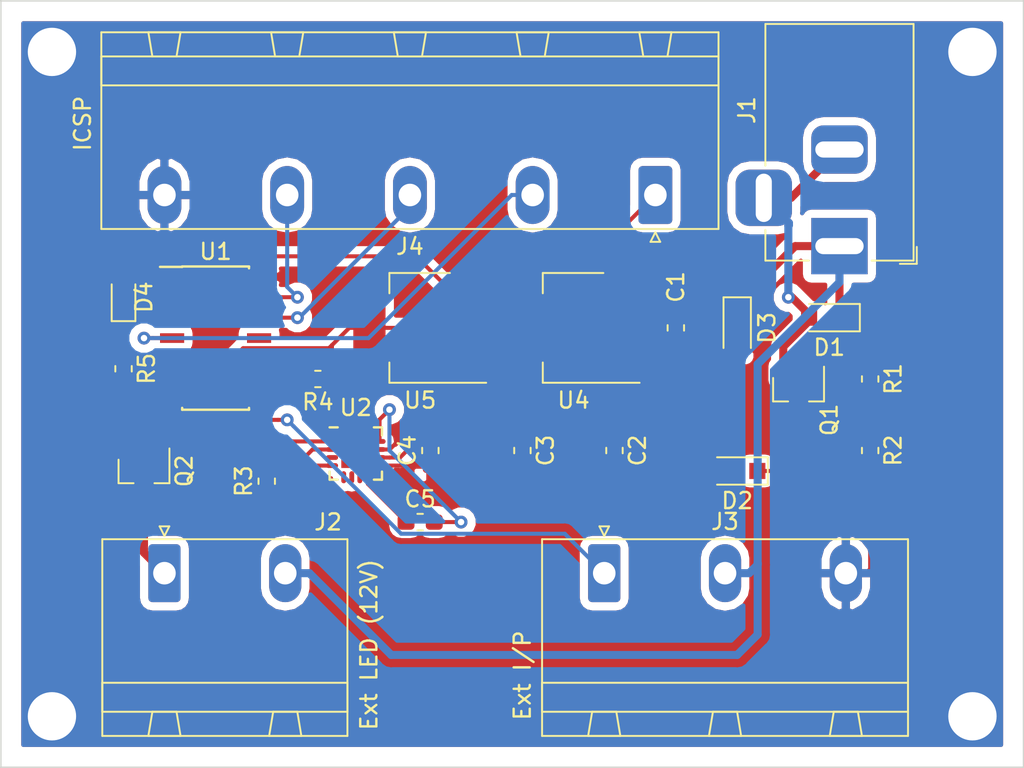
<source format=kicad_pcb>
(kicad_pcb (version 20171130) (host pcbnew "(5.0.2)-1")
  (title_block (title "Vehicle indicator PCB") (date 2019-04-20) (company SS))
  (layers (0 F.Cu signal) (31 B.Cu signal) (34 B.Paste user) (35 F.Paste user) (36 B.SilkS user) (37 F.SilkS user) (38 B.Mask user) (39 F.Mask user) (44 Edge.Cuts user))
  (net 0 "")
  (net 1 "Net-(D4-Pad1)")
  (net 2 Ledpin)
  (net 3 SDA)
  (net 4 Vdd)
  (net 5 SCL)
  (net 6 GND)
  (net 7 Vin)
  (net 8 "Net-(J2-Pad1)")
  (net 9 GND1)
  (net 10 Vcc)
  (net 11 "Net-(U1-Pad2)")
  (net 12 "Net-(U1-Pad3)")
  (net 13 Vpp)
  (net 14 "Net-(U1-Pad5)")
  (net 15 OP1)
  (net 16 IP)
  (net 17 "Net-(U1-Pad11)")
  (net 18 CLK)
  (net 19 DATA)
  (net 20 "Net-(U2-Pad3)")
  (net 21 "Net-(U2-Pad5)")
  (net 22 "Net-(U2-Pad6)")
  (net 23 "Net-(U2-Pad7)")
  (net 24 "Net-(C5-Pad1)")
  (net 25 "Net-(C4-Pad2)")
  (net 26 "Net-(C5-Pad2)")
  (net 27 "Net-(U2-Pad14)")
  (net 28 "Net-(U2-Pad15)")
  (net 29 "Net-(D2-Pad1)")
  (module Diode_SMD:D_SOD-323_HandSoldering (layer F.Cu) (at 80.645 46.99 180)
    (fp_text reference D1 (at 0 -1.85 180) (layer F.SilkS))
    (fp_text value D_TVS)
    (fp_line (start -1.9 -0.85) (end 1.25 -0.85) (layer F.SilkS) (width 0.12))
    (fp_line (start -1.9 0.85) (end 1.25 0.85) (layer F.SilkS) (width 0.12))
    (fp_line (start -1.9 -0.85) (end -1.9 0.85) (layer F.SilkS) (width 0.12))
    (pad 2 smd rect (at 1.25 0 180) (size 1 1) (layers F.Cu F.Paste F.Mask) (net 9 GND1))
    (pad 1 smd rect (at -1.25 0 180) (size 1 1) (layers F.Cu F.Paste F.Mask) (net 7 Vin))
  )
  (module Diode_SMD:D_SOD-323_HandSoldering (layer F.Cu) (at 74.93 47.625 270)
    (fp_text reference D3 (at 0 -1.85 270) (layer F.SilkS))
    (fp_text value D_Schottky_SD0603S020S0R3)
    (fp_line (start -1.9 -0.85) (end 1.25 -0.85) (layer F.SilkS) (width 0.12))
    (fp_line (start -1.9 0.85) (end 1.25 0.85) (layer F.SilkS) (width 0.12))
    (fp_line (start -1.9 -0.85) (end -1.9 0.85) (layer F.SilkS) (width 0.12))
    (pad 2 smd rect (at 1.25 0 270) (size 1 1) (layers F.Cu F.Paste F.Mask) (net 6 GND))
    (pad 1 smd rect (at -1.25 0 270) (size 1 1) (layers F.Cu F.Paste F.Mask) (net 7 Vin))
  )
  (module Connector_Phoenix_GMSTB:PhoenixContact_GMSTBA_2,5_3-G_1x03_P7.50mm_Horizontal (layer F.Cu) (at 66.675 62.865)
    (fp_text reference J3 (at 7.5 -3.2) (layer F.SilkS))
    (fp_text value "Ext I/P" (at -5.08 6.35 90) (layer F.SilkS))
    (fp_line (start -0.3 -2.91) (end 0.3 -2.91) (layer F.SilkS) (width 0.12))
    (fp_line (start 0 -2.31) (end -0.3 -2.91) (layer F.SilkS) (width 0.12))
    (fp_line (start 0.3 -2.91) (end 0 -2.31) (layer F.SilkS) (width 0.12))
    (fp_line (start 14.25 8.61) (end 14 10.11) (layer F.SilkS) (width 0.12))
    (fp_line (start 15.75 8.61) (end 14.25 8.61) (layer F.SilkS) (width 0.12))
    (fp_line (start 16 10.11) (end 15.75 8.61) (layer F.SilkS) (width 0.12))
    (fp_line (start 14 10.11) (end 16 10.11) (layer F.SilkS) (width 0.12))
    (fp_line (start 6.75 8.61) (end 6.5 10.11) (layer F.SilkS) (width 0.12))
    (fp_line (start 8.25 8.61) (end 6.75 8.61) (layer F.SilkS) (width 0.12))
    (fp_line (start 8.5 10.11) (end 8.25 8.61) (layer F.SilkS) (width 0.12))
    (fp_line (start 6.5 10.11) (end 8.5 10.11) (layer F.SilkS) (width 0.12))
    (fp_line (start -0.75 8.61) (end -1 10.11) (layer F.SilkS) (width 0.12))
    (fp_line (start 0.75 8.61) (end -0.75 8.61) (layer F.SilkS) (width 0.12))
    (fp_line (start 1 10.11) (end 0.75 8.61) (layer F.SilkS) (width 0.12))
    (fp_line (start -1 10.11) (end 1 10.11) (layer F.SilkS) (width 0.12))
    (fp_line (start 18.86 8.61) (end -3.86 8.61) (layer F.SilkS) (width 0.12))
    (fp_line (start 18.86 6.81) (end 18.86 8.61) (layer F.SilkS) (width 0.12))
    (fp_line (start -3.86 6.81) (end 18.86 6.81) (layer F.SilkS) (width 0.12))
    (fp_line (start -3.86 8.61) (end -3.86 6.81) (layer F.SilkS) (width 0.12))
    (fp_line (start 18.86 -2.11) (end -3.86 -2.11) (layer F.SilkS) (width 0.12))
    (fp_line (start 18.86 10.11) (end 18.86 -2.11) (layer F.SilkS) (width 0.12))
    (fp_line (start -3.86 10.11) (end 18.86 10.11) (layer F.SilkS) (width 0.12))
    (fp_line (start -3.86 -2.11) (end -3.86 10.11) (layer F.SilkS) (width 0.12))
    (pad 3 thru_hole oval (at 15 0) (size 2 3.6) (drill 1.4) (layers *.Cu *.Mask) (net 6 GND))
    (pad 2 thru_hole oval (at 7.5 0) (size 2 3.6) (drill 1.4) (layers *.Cu *.Mask) (net 7 Vin))
    (pad 1 thru_hole roundrect (at 0 0) (size 2 3.6) (drill 1.4) (layers *.Cu *.Mask) (roundrect_rratio 0.125) (net 16 IP))
  )
  (module Diode_SMD:D_SOD-323_HandSoldering (layer F.Cu) (at 74.93 56.515 180)
    (fp_text reference D2 (at 0 -1.85 180) (layer F.SilkS))
    (fp_text value GDZ5V1B)
    (fp_line (start -1.9 -0.85) (end -1.9 0.85) (layer F.SilkS) (width 0.12))
    (fp_line (start -1.9 0.85) (end 1.25 0.85) (layer F.SilkS) (width 0.12))
    (fp_line (start -1.9 -0.85) (end 1.25 -0.85) (layer F.SilkS) (width 0.12))
    (pad 1 smd rect (at -1.25 0 180) (size 1 1) (layers F.Cu F.Paste F.Mask) (net 29 "Net-(D2-Pad1)"))
    (pad 2 smd rect (at 1.25 0 180) (size 1 1) (layers F.Cu F.Paste F.Mask) (net 6 GND))
  )
  (module Package_TO_SOT_SMD:SOT-23 (layer F.Cu) (at 38.1 56.515 270)
    (fp_text reference Q2 (at 0 -2.5 270) (layer F.SilkS))
    (fp_text value FDN359BN)
    (fp_line (start 0.76 1.58) (end -0.7 1.58) (layer F.SilkS) (width 0.12))
    (fp_line (start 0.76 -1.58) (end -1.4 -1.58) (layer F.SilkS) (width 0.12))
    (fp_line (start 0.76 -1.58) (end 0.76 -0.65) (layer F.SilkS) (width 0.12))
    (fp_line (start 0.76 1.58) (end 0.76 0.65) (layer F.SilkS) (width 0.12))
    (pad 3 smd rect (at 1 0 270) (size 0.9 0.8) (layers F.Cu F.Paste F.Mask) (net 8 "Net-(J2-Pad1)"))
    (pad 2 smd rect (at -1 0.95 270) (size 0.9 0.8) (layers F.Cu F.Paste F.Mask) (net 6 GND))
    (pad 1 smd rect (at -1 -0.95 270) (size 0.9 0.8) (layers F.Cu F.Paste F.Mask) (net 15 OP1))
  )
  (module Package_TO_SOT_SMD:SOT-23 (layer F.Cu) (at 78.74 51.435 270)
    (fp_text reference Q1 (at 1.905 -1.905 270) (layer F.SilkS))
    (fp_text value FDN359BN)
    (fp_line (start 0.76 1.58) (end 0.76 0.65) (layer F.SilkS) (width 0.12))
    (fp_line (start 0.76 -1.58) (end 0.76 -0.65) (layer F.SilkS) (width 0.12))
    (fp_line (start 0.76 -1.58) (end -1.4 -1.58) (layer F.SilkS) (width 0.12))
    (fp_line (start 0.76 1.58) (end -0.7 1.58) (layer F.SilkS) (width 0.12))
    (pad 1 smd rect (at -1 -0.95 270) (size 0.9 0.8) (layers F.Cu F.Paste F.Mask) (net 29 "Net-(D2-Pad1)"))
    (pad 2 smd rect (at -1 0.95 270) (size 0.9 0.8) (layers F.Cu F.Paste F.Mask) (net 9 GND1))
    (pad 3 smd rect (at 1 0 270) (size 0.9 0.8) (layers F.Cu F.Paste F.Mask) (net 6 GND))
  )
  (module Capacitor_SMD:C_0603_1608Metric_Pad1.05x0.95mm_HandSolder (layer F.Cu) (at 71.12 47.625 270)
    (fp_text reference C1 (at -2.54 0 270) (layer F.SilkS))
    (fp_text value 22uF)
    (fp_line (start -0.171267 -0.51) (end 0.171267 -0.51) (layer F.SilkS) (width 0.12))
    (fp_line (start -0.171267 0.51) (end 0.171267 0.51) (layer F.SilkS) (width 0.12))
    (pad 1 smd roundrect (at -0.875 0 270) (size 1.05 0.95) (layers F.Cu F.Paste F.Mask) (net 7 Vin))
    (pad 2 smd roundrect (at 0.875 0 270) (size 1.05 0.95) (layers F.Cu F.Paste F.Mask) (net 6 GND))
  )
  (module Capacitor_SMD:C_0603_1608Metric_Pad1.05x0.95mm_HandSolder (layer F.Cu) (at 67.31 55.245 270)
    (fp_text reference C2 (at 0 -1.43 270) (layer F.SilkS))
    (fp_text value 22uF)
    (fp_line (start -0.171267 0.51) (end 0.171267 0.51) (layer F.SilkS) (width 0.12))
    (fp_line (start -0.171267 -0.51) (end 0.171267 -0.51) (layer F.SilkS) (width 0.12))
    (pad 2 smd roundrect (at 0.875 0 270) (size 1.05 0.95) (layers F.Cu F.Paste F.Mask) (net 6 GND))
    (pad 1 smd roundrect (at -0.875 0 270) (size 1.05 0.95) (layers F.Cu F.Paste F.Mask) (net 10 Vcc))
  )
  (module Capacitor_SMD:C_0603_1608Metric_Pad1.05x0.95mm_HandSolder (layer F.Cu) (at 61.595 55.245 270)
    (fp_text reference C3 (at 0 -1.43 270) (layer F.SilkS))
    (fp_text value 22uF)
    (fp_line (start -0.171267 -0.51) (end 0.171267 -0.51) (layer F.SilkS) (width 0.12))
    (fp_line (start -0.171267 0.51) (end 0.171267 0.51) (layer F.SilkS) (width 0.12))
    (pad 1 smd roundrect (at -0.875 0 270) (size 1.05 0.95) (layers F.Cu F.Paste F.Mask) (net 4 Vdd))
    (pad 2 smd roundrect (at 0.875 0 270) (size 1.05 0.95) (layers F.Cu F.Paste F.Mask) (net 6 GND))
  )
  (module Capacitor_SMD:C_0603_1608Metric_Pad1.05x0.95mm_HandSolder (layer F.Cu) (at 55.88 55.245 90)
    (fp_text reference C4 (at 0 -1.43 90) (layer F.SilkS))
    (fp_text value 4.7uF)
    (fp_line (start -0.171267 0.51) (end 0.171267 0.51) (layer F.SilkS) (width 0.12))
    (fp_line (start -0.171267 -0.51) (end 0.171267 -0.51) (layer F.SilkS) (width 0.12))
    (pad 2 smd roundrect (at 0.875 0 90) (size 1.05 0.95) (layers F.Cu F.Paste F.Mask) (net 25 "Net-(C4-Pad2)"))
    (pad 1 smd roundrect (at -0.875 0 90) (size 1.05 0.95) (layers F.Cu F.Paste F.Mask) (net 6 GND))
  )
  (module Capacitor_SMD:C_0603_1608Metric_Pad1.05x0.95mm_HandSolder (layer F.Cu) (at 55.245 59.69)
    (fp_text reference C5 (at 0 -1.43) (layer F.SilkS))
    (fp_text value 0.22uF)
    (fp_line (start -0.171267 -0.51) (end 0.171267 -0.51) (layer F.SilkS) (width 0.12))
    (fp_line (start -0.171267 0.51) (end 0.171267 0.51) (layer F.SilkS) (width 0.12))
    (pad 1 smd roundrect (at -0.875 0) (size 1.05 0.95) (layers F.Cu F.Paste F.Mask) (net 24 "Net-(C5-Pad1)"))
    (pad 2 smd roundrect (at 0.875 0) (size 1.05 0.95) (layers F.Cu F.Paste F.Mask) (net 26 "Net-(C5-Pad2)"))
  )
  (module Connector_BarrelJack:BarrelJack_Horizontal (layer F.Cu) (at 81.28 42.545 270)
    (fp_text reference J1 (at -8.45 5.75 270) (layer F.SilkS))
    (fp_text value Barrel_Jack_Switch)
    (fp_line (start 1.1 -3.75) (end 1.1 -4.8) (layer F.SilkS) (width 0.12))
    (fp_line (start 0.05 -4.8) (end 1.1 -4.8) (layer F.SilkS) (width 0.12))
    (fp_line (start -5 4.6) (end -13.8 4.6) (layer F.SilkS) (width 0.12))
    (fp_line (start -13.8 4.6) (end -13.8 -4.6) (layer F.SilkS) (width 0.12))
    (fp_line (start 0.9 1.9) (end 0.9 4.6) (layer F.SilkS) (width 0.12))
    (fp_line (start 0.9 4.6) (end -1 4.6) (layer F.SilkS) (width 0.12))
    (fp_line (start -13.8 -4.6) (end 0.9 -4.6) (layer F.SilkS) (width 0.12))
    (fp_line (start 0.9 -4.6) (end 0.9 -2) (layer F.SilkS) (width 0.12))
    (pad 1 thru_hole rect (at 0 0 270) (size 3.5 3.5) (drill oval 1 3) (layers *.Cu *.Mask) (net 7 Vin))
    (pad 2 thru_hole roundrect (at -6 0 270) (size 3 3.5) (drill oval 1 3) (layers *.Cu *.Mask) (net 9 GND1))
    (pad 3 thru_hole roundrect (at -3 4.7 270) (size 3.5 3.5) (drill oval 3 1) (layers *.Cu *.Mask) (net 9 GND1))
  )
  (module Connector_Phoenix_GMSTB:PhoenixContact_GMSTBA_2,5_2-G_1x02_P7.50mm_Horizontal (layer F.Cu) (at 39.37 62.865)
    (fp_text reference J2 (at 10.16 -3.175) (layer F.SilkS))
    (fp_text value "Ext LED (12V)" (at 12.7 4.445 90) (layer F.SilkS))
    (fp_line (start -3.86 -2.11) (end -3.86 10.11) (layer F.SilkS) (width 0.12))
    (fp_line (start -3.86 10.11) (end 11.36 10.11) (layer F.SilkS) (width 0.12))
    (fp_line (start 11.36 10.11) (end 11.36 -2.11) (layer F.SilkS) (width 0.12))
    (fp_line (start 11.36 -2.11) (end -3.86 -2.11) (layer F.SilkS) (width 0.12))
    (fp_line (start -3.86 8.61) (end -3.86 6.81) (layer F.SilkS) (width 0.12))
    (fp_line (start -3.86 6.81) (end 11.36 6.81) (layer F.SilkS) (width 0.12))
    (fp_line (start 11.36 6.81) (end 11.36 8.61) (layer F.SilkS) (width 0.12))
    (fp_line (start 11.36 8.61) (end -3.86 8.61) (layer F.SilkS) (width 0.12))
    (fp_line (start -1 10.11) (end 1 10.11) (layer F.SilkS) (width 0.12))
    (fp_line (start 1 10.11) (end 0.75 8.61) (layer F.SilkS) (width 0.12))
    (fp_line (start 0.75 8.61) (end -0.75 8.61) (layer F.SilkS) (width 0.12))
    (fp_line (start -0.75 8.61) (end -1 10.11) (layer F.SilkS) (width 0.12))
    (fp_line (start 6.5 10.11) (end 8.5 10.11) (layer F.SilkS) (width 0.12))
    (fp_line (start 8.5 10.11) (end 8.25 8.61) (layer F.SilkS) (width 0.12))
    (fp_line (start 8.25 8.61) (end 6.75 8.61) (layer F.SilkS) (width 0.12))
    (fp_line (start 6.75 8.61) (end 6.5 10.11) (layer F.SilkS) (width 0.12))
    (fp_line (start 0.3 -2.91) (end 0 -2.31) (layer F.SilkS) (width 0.12))
    (fp_line (start 0 -2.31) (end -0.3 -2.91) (layer F.SilkS) (width 0.12))
    (fp_line (start -0.3 -2.91) (end 0.3 -2.91) (layer F.SilkS) (width 0.12))
    (pad 1 thru_hole roundrect (at 0 0) (size 2 3.6) (drill 1.4) (layers *.Cu *.Mask) (roundrect_rratio 0.125) (net 8 "Net-(J2-Pad1)"))
    (pad 2 thru_hole oval (at 7.5 0) (size 2 3.6) (drill 1.4) (layers *.Cu *.Mask) (net 7 Vin))
  )
  (module Connector_Phoenix_GMSTB:PhoenixContact_GMSTBA_2,5_5-G-7,62_1x05_P7.62mm_Horizontal (layer F.Cu) (at 69.85 39.37 180)
    (fp_text reference J4 (at 15.24 -3.2 180) (layer F.SilkS))
    (fp_text value ICSP (at 35.56 4.445 270) (layer F.SilkS))
    (fp_line (start -3.92 -2.11) (end -3.92 10.11) (layer F.SilkS) (width 0.12))
    (fp_line (start -3.92 10.11) (end 34.4 10.11) (layer F.SilkS) (width 0.12))
    (fp_line (start 34.4 10.11) (end 34.4 -2.11) (layer F.SilkS) (width 0.12))
    (fp_line (start 34.4 -2.11) (end -3.92 -2.11) (layer F.SilkS) (width 0.12))
    (fp_line (start -3.92 8.61) (end -3.92 6.81) (layer F.SilkS) (width 0.12))
    (fp_line (start -3.92 6.81) (end 34.4 6.81) (layer F.SilkS) (width 0.12))
    (fp_line (start 34.4 6.81) (end 34.4 8.61) (layer F.SilkS) (width 0.12))
    (fp_line (start 34.4 8.61) (end -3.92 8.61) (layer F.SilkS) (width 0.12))
    (fp_line (start -1 10.11) (end 1 10.11) (layer F.SilkS) (width 0.12))
    (fp_line (start 1 10.11) (end 0.75 8.61) (layer F.SilkS) (width 0.12))
    (fp_line (start 0.75 8.61) (end -0.75 8.61) (layer F.SilkS) (width 0.12))
    (fp_line (start -0.75 8.61) (end -1 10.11) (layer F.SilkS) (width 0.12))
    (fp_line (start 6.62 10.11) (end 8.62 10.11) (layer F.SilkS) (width 0.12))
    (fp_line (start 8.62 10.11) (end 8.37 8.61) (layer F.SilkS) (width 0.12))
    (fp_line (start 8.37 8.61) (end 6.87 8.61) (layer F.SilkS) (width 0.12))
    (fp_line (start 6.87 8.61) (end 6.62 10.11) (layer F.SilkS) (width 0.12))
    (fp_line (start 14.24 10.11) (end 16.24 10.11) (layer F.SilkS) (width 0.12))
    (fp_line (start 16.24 10.11) (end 15.99 8.61) (layer F.SilkS) (width 0.12))
    (fp_line (start 15.99 8.61) (end 14.49 8.61) (layer F.SilkS) (width 0.12))
    (fp_line (start 14.49 8.61) (end 14.24 10.11) (layer F.SilkS) (width 0.12))
    (fp_line (start 21.86 10.11) (end 23.86 10.11) (layer F.SilkS) (width 0.12))
    (fp_line (start 23.86 10.11) (end 23.61 8.61) (layer F.SilkS) (width 0.12))
    (fp_line (start 23.61 8.61) (end 22.11 8.61) (layer F.SilkS) (width 0.12))
    (fp_line (start 22.11 8.61) (end 21.86 10.11) (layer F.SilkS) (width 0.12))
    (fp_line (start 29.48 10.11) (end 31.48 10.11) (layer F.SilkS) (width 0.12))
    (fp_line (start 31.48 10.11) (end 31.23 8.61) (layer F.SilkS) (width 0.12))
    (fp_line (start 31.23 8.61) (end 29.73 8.61) (layer F.SilkS) (width 0.12))
    (fp_line (start 29.73 8.61) (end 29.48 10.11) (layer F.SilkS) (width 0.12))
    (fp_line (start 0.3 -2.91) (end 0 -2.31) (layer F.SilkS) (width 0.12))
    (fp_line (start 0 -2.31) (end -0.3 -2.91) (layer F.SilkS) (width 0.12))
    (fp_line (start -0.3 -2.91) (end 0.3 -2.91) (layer F.SilkS) (width 0.12))
    (pad 1 thru_hole roundrect (at 0 0 180) (size 2.1 3.6) (drill 1.4) (layers *.Cu *.Mask) (roundrect_rratio 0.119048) (net 10 Vcc))
    (pad 2 thru_hole oval (at 7.62 0 180) (size 2.1 3.6) (drill 1.4) (layers *.Cu *.Mask) (net 13 Vpp))
    (pad 3 thru_hole oval (at 15.24 0 180) (size 2.1 3.6) (drill 1.4) (layers *.Cu *.Mask) (net 18 CLK))
    (pad 4 thru_hole oval (at 22.86 0 180) (size 2.1 3.6) (drill 1.4) (layers *.Cu *.Mask) (net 19 DATA))
    (pad 5 thru_hole oval (at 30.48 0 180) (size 2.1 3.6) (drill 1.4) (layers *.Cu *.Mask) (net 6 GND))
  )
  (module Diode_SMD:D_0603_1608Metric (layer F.Cu) (at 36.83 45.72 90)
    (fp_text reference D4 (at 0 1.27 270) (layer F.SilkS))
    (fp_text value LED)
    (fp_line (start 0.8 -0.735) (end -1.485 -0.735) (layer F.SilkS) (width 0.12))
    (fp_line (start -1.485 -0.735) (end -1.485 0.735) (layer F.SilkS) (width 0.12))
    (fp_line (start -1.485 0.735) (end 0.8 0.735) (layer F.SilkS) (width 0.12))
    (pad 1 smd roundrect (at -0.7875 0 90) (size 0.875 0.95) (layers F.Cu F.Paste F.Mask) (net 1 "Net-(D4-Pad1)"))
    (pad 2 smd roundrect (at 0.7875 0 90) (size 0.875 0.95) (layers F.Cu F.Paste F.Mask) (net 10 Vcc))
  )
  (module Package_DFN_QFN:QFN-16-1EP_3x3mm_P0.5mm_EP1.8x1.8mm (layer F.Cu) (at 51.25 55.43)
    (fp_text reference U2 (at 0 -2.85) (layer F.SilkS))
    (fp_text value HMC5883L)
    (fp_line (start 1.625 -1.625) (end 1.625 -1.125) (layer F.SilkS) (width 0.15))
    (fp_line (start -1.625 1.625) (end -1.625 1.125) (layer F.SilkS) (width 0.15))
    (fp_line (start 1.625 1.625) (end 1.625 1.125) (layer F.SilkS) (width 0.15))
    (fp_line (start -1.625 -1.625) (end -1.125 -1.625) (layer F.SilkS) (width 0.15))
    (fp_line (start -1.625 1.625) (end -1.125 1.625) (layer F.SilkS) (width 0.15))
    (fp_line (start 1.625 1.625) (end 1.125 1.625) (layer F.SilkS) (width 0.15))
    (fp_line (start 1.625 -1.625) (end 1.125 -1.625) (layer F.SilkS) (width 0.15))
    (pad 1 smd oval (at -1.475 -0.75) (size 0.75 0.3) (layers F.Cu F.Paste F.Mask) (net 5 SCL))
    (pad 2 smd oval (at -1.475 -0.25) (size 0.75 0.3) (layers F.Cu F.Paste F.Mask) (net 4 Vdd))
    (pad 3 smd oval (at -1.475 0.25) (size 0.75 0.3) (layers F.Cu F.Paste F.Mask) (net 20 "Net-(U2-Pad3)"))
    (pad 4 smd oval (at -1.475 0.75) (size 0.75 0.3) (layers F.Cu F.Paste F.Mask) (net 4 Vdd))
    (pad 5 smd oval (at -0.75 1.475 90) (size 0.75 0.3) (layers F.Cu F.Paste F.Mask) (net 21 "Net-(U2-Pad5)"))
    (pad 6 smd oval (at -0.25 1.475 90) (size 0.75 0.3) (layers F.Cu F.Paste F.Mask) (net 22 "Net-(U2-Pad6)"))
    (pad 7 smd oval (at 0.25 1.475 90) (size 0.75 0.3) (layers F.Cu F.Paste F.Mask) (net 23 "Net-(U2-Pad7)"))
    (pad 8 smd oval (at 0.75 1.475 90) (size 0.75 0.3) (layers F.Cu F.Paste F.Mask) (net 24 "Net-(C5-Pad1)"))
    (pad 9 smd oval (at 1.475 0.75) (size 0.75 0.3) (layers F.Cu F.Paste F.Mask) (net 6 GND))
    (pad 10 smd oval (at 1.475 0.25) (size 0.75 0.3) (layers F.Cu F.Paste F.Mask) (net 25 "Net-(C4-Pad2)"))
    (pad 11 smd oval (at 1.475 -0.25) (size 0.75 0.3) (layers F.Cu F.Paste F.Mask) (net 6 GND))
    (pad 12 smd oval (at 1.475 -0.75) (size 0.75 0.3) (layers F.Cu F.Paste F.Mask) (net 26 "Net-(C5-Pad2)"))
    (pad 13 smd oval (at 0.75 -1.475 90) (size 0.75 0.3) (layers F.Cu F.Paste F.Mask) (net 4 Vdd))
    (pad 14 smd oval (at 0.25 -1.475 90) (size 0.75 0.3) (layers F.Cu F.Paste F.Mask) (net 27 "Net-(U2-Pad14)"))
    (pad 15 smd oval (at -0.25 -1.475 90) (size 0.75 0.3) (layers F.Cu F.Paste F.Mask) (net 28 "Net-(U2-Pad15)"))
    (pad 16 smd oval (at -0.75 -1.475 90) (size 0.75 0.3) (layers F.Cu F.Paste F.Mask) (net 3 SDA))
    (pad 17 smd rect (at 0 0) (size 1.8 1.8) (layers F.Cu F.Mask))
  )
  (module Package_SO:SOIC-14_3.9x8.7mm_P1.27mm (layer F.Cu) (at 42.545 48.26)
    (fp_text reference U1 (at 0 -5.375) (layer F.SilkS))
    (fp_text value PIC16F505-ISL)
    (fp_line (start -2.075 -4.45) (end -2.075 -4.425) (layer F.SilkS) (width 0.15))
    (fp_line (start 2.075 -4.45) (end 2.075 -4.335) (layer F.SilkS) (width 0.15))
    (fp_line (start 2.075 4.45) (end 2.075 4.335) (layer F.SilkS) (width 0.15))
    (fp_line (start -2.075 4.45) (end -2.075 4.335) (layer F.SilkS) (width 0.15))
    (fp_line (start -2.075 -4.45) (end 2.075 -4.45) (layer F.SilkS) (width 0.15))
    (fp_line (start -2.075 4.45) (end 2.075 4.45) (layer F.SilkS) (width 0.15))
    (fp_line (start -2.075 -4.425) (end -3.45 -4.425) (layer F.SilkS) (width 0.15))
    (pad 1 smd rect (at -2.7 -3.81) (size 1.5 0.6) (layers F.Cu F.Paste F.Mask) (net 10 Vcc))
    (pad 2 smd rect (at -2.7 -2.54) (size 1.5 0.6) (layers F.Cu F.Paste F.Mask) (net 11 "Net-(U1-Pad2)"))
    (pad 3 smd rect (at -2.7 -1.27) (size 1.5 0.6) (layers F.Cu F.Paste F.Mask) (net 12 "Net-(U1-Pad3)"))
    (pad 4 smd rect (at -2.7 0) (size 1.5 0.6) (layers F.Cu F.Paste F.Mask) (net 13 Vpp))
    (pad 5 smd rect (at -2.7 1.27) (size 1.5 0.6) (layers F.Cu F.Paste F.Mask) (net 14 "Net-(U1-Pad5)"))
    (pad 6 smd rect (at -2.7 2.54) (size 1.5 0.6) (layers F.Cu F.Paste F.Mask) (net 2 Ledpin))
    (pad 7 smd rect (at -2.7 3.81) (size 1.5 0.6) (layers F.Cu F.Paste F.Mask) (net 15 OP1))
    (pad 8 smd rect (at 2.7 3.81) (size 1.5 0.6) (layers F.Cu F.Paste F.Mask) (net 16 IP))
    (pad 9 smd rect (at 2.7 2.54) (size 1.5 0.6) (layers F.Cu F.Paste F.Mask) (net 3 SDA))
    (pad 10 smd rect (at 2.7 1.27) (size 1.5 0.6) (layers F.Cu F.Paste F.Mask) (net 5 SCL))
    (pad 11 smd rect (at 2.7 0) (size 1.5 0.6) (layers F.Cu F.Paste F.Mask) (net 17 "Net-(U1-Pad11)"))
    (pad 12 smd rect (at 2.7 -1.27) (size 1.5 0.6) (layers F.Cu F.Paste F.Mask) (net 18 CLK))
    (pad 13 smd rect (at 2.7 -2.54) (size 1.5 0.6) (layers F.Cu F.Paste F.Mask) (net 19 DATA))
    (pad 14 smd rect (at 2.7 -3.81) (size 1.5 0.6) (layers F.Cu F.Paste F.Mask) (net 6 GND))
  )
  (module Package_TO_SOT_SMD:SOT-223-3_TabPin2 (layer F.Cu) (at 64.77 47.625 180)
    (fp_text reference U4 (at 0 -4.5 180) (layer F.SilkS))
    (fp_text value AMS1117-5.0)
    (fp_line (start -4.1 -3.41) (end 1.91 -3.41) (layer F.SilkS) (width 0.12))
    (fp_line (start -1.85 3.41) (end 1.91 3.41) (layer F.SilkS) (width 0.12))
    (fp_line (start 1.91 -3.41) (end 1.91 -2.15) (layer F.SilkS) (width 0.12))
    (fp_line (start 1.91 3.41) (end 1.91 2.15) (layer F.SilkS) (width 0.12))
    (pad 1 smd rect (at -3.15 -2.3 180) (size 2 1.5) (layers F.Cu F.Paste F.Mask) (net 6 GND))
    (pad 3 smd rect (at -3.15 2.3 180) (size 2 1.5) (layers F.Cu F.Paste F.Mask) (net 7 Vin))
    (pad 2 smd rect (at -3.15 0 180) (size 2 1.5) (layers F.Cu F.Paste F.Mask) (net 10 Vcc))
    (pad 2 smd rect (at 3.15 0 180) (size 2 3.8) (layers F.Cu F.Paste F.Mask) (net 10 Vcc))
  )
  (module Package_TO_SOT_SMD:SOT-223-3_TabPin2 (layer F.Cu) (at 55.245 47.625 180)
    (fp_text reference U5 (at 0 -4.5 180) (layer F.SilkS))
    (fp_text value AMS1117-3.3)
    (fp_line (start 1.91 3.41) (end 1.91 2.15) (layer F.SilkS) (width 0.12))
    (fp_line (start 1.91 -3.41) (end 1.91 -2.15) (layer F.SilkS) (width 0.12))
    (fp_line (start -1.85 3.41) (end 1.91 3.41) (layer F.SilkS) (width 0.12))
    (fp_line (start -4.1 -3.41) (end 1.91 -3.41) (layer F.SilkS) (width 0.12))
    (pad 2 smd rect (at 3.15 0 180) (size 2 3.8) (layers F.Cu F.Paste F.Mask) (net 4 Vdd))
    (pad 2 smd rect (at -3.15 0 180) (size 2 1.5) (layers F.Cu F.Paste F.Mask) (net 4 Vdd))
    (pad 3 smd rect (at -3.15 2.3 180) (size 2 1.5) (layers F.Cu F.Paste F.Mask) (net 10 Vcc))
    (pad 1 smd rect (at -3.15 -2.3 180) (size 2 1.5) (layers F.Cu F.Paste F.Mask) (net 6 GND))
  )
  (module Resistor_SMD:R_0603_1608Metric_Pad1.05x0.95mm_HandSolder (layer F.Cu) (at 83.185 50.8 270)
    (fp_text reference R1 (at 0 -1.43 270) (layer F.SilkS))
    (fp_text value 9.1k)
    (fp_line (start -0.171267 -0.51) (end 0.171267 -0.51) (layer F.SilkS) (width 0.12))
    (fp_line (start -0.171267 0.51) (end 0.171267 0.51) (layer F.SilkS) (width 0.12))
    (pad 1 smd roundrect (at -0.875 0 270) (size 1.05 0.95) (layers F.Cu F.Paste F.Mask) (net 7 Vin))
    (pad 2 smd roundrect (at 0.875 0 270) (size 1.05 0.95) (layers F.Cu F.Paste F.Mask) (net 29 "Net-(D2-Pad1)"))
  )
  (module Resistor_SMD:R_0603_1608Metric_Pad1.05x0.95mm_HandSolder (layer F.Cu) (at 83.185 55.245 270)
    (fp_text reference R2 (at 0 -1.43 270) (layer F.SilkS))
    (fp_text value 6.8k)
    (fp_line (start -0.171267 0.51) (end 0.171267 0.51) (layer F.SilkS) (width 0.12))
    (fp_line (start -0.171267 -0.51) (end 0.171267 -0.51) (layer F.SilkS) (width 0.12))
    (pad 2 smd roundrect (at 0.875 0 270) (size 1.05 0.95) (layers F.Cu F.Paste F.Mask) (net 6 GND))
    (pad 1 smd roundrect (at -0.875 0 270) (size 1.05 0.95) (layers F.Cu F.Paste F.Mask) (net 29 "Net-(D2-Pad1)"))
  )
  (module Resistor_SMD:R_0603_1608Metric_Pad1.05x0.95mm_HandSolder (layer F.Cu) (at 45.72 57.15 90)
    (fp_text reference R3 (at 0 -1.43 90) (layer F.SilkS))
    (fp_text value 4.7k)
    (fp_line (start -0.171267 -0.51) (end 0.171267 -0.51) (layer F.SilkS) (width 0.12))
    (fp_line (start -0.171267 0.51) (end 0.171267 0.51) (layer F.SilkS) (width 0.12))
    (pad 1 smd roundrect (at -0.875 0 90) (size 1.05 0.95) (layers F.Cu F.Paste F.Mask) (net 4 Vdd))
    (pad 2 smd roundrect (at 0.875 0 90) (size 1.05 0.95) (layers F.Cu F.Paste F.Mask) (net 5 SCL))
  )
  (module Resistor_SMD:R_0603_1608Metric_Pad1.05x0.95mm_HandSolder (layer F.Cu) (at 48.895 50.8 180)
    (fp_text reference R4 (at 0 -1.43 180) (layer F.SilkS))
    (fp_text value 4.7k)
    (fp_line (start -0.171267 0.51) (end 0.171267 0.51) (layer F.SilkS) (width 0.12))
    (fp_line (start -0.171267 -0.51) (end 0.171267 -0.51) (layer F.SilkS) (width 0.12))
    (pad 2 smd roundrect (at 0.875 0 180) (size 1.05 0.95) (layers F.Cu F.Paste F.Mask) (net 3 SDA))
    (pad 1 smd roundrect (at -0.875 0 180) (size 1.05 0.95) (layers F.Cu F.Paste F.Mask) (net 4 Vdd))
  )
  (module Resistor_SMD:R_0603_1608Metric_Pad1.05x0.95mm_HandSolder (layer F.Cu) (at 36.83 50.165 270)
    (fp_text reference R5 (at 0 -1.43 270) (layer F.SilkS))
    (fp_text value 560)
    (fp_line (start -0.171267 -0.51) (end 0.171267 -0.51) (layer F.SilkS) (width 0.12))
    (fp_line (start -0.171267 0.51) (end 0.171267 0.51) (layer F.SilkS) (width 0.12))
    (pad 1 smd roundrect (at -0.875 0 270) (size 1.05 0.95) (layers F.Cu F.Paste F.Mask) (net 1 "Net-(D4-Pad1)"))
    (pad 2 smd roundrect (at 0.875 0 270) (size 1.05 0.95) (layers F.Cu F.Paste F.Mask) (net 2 Ledpin))
  )
  (gr_line (start 92.71 74.93) (end 29.21 74.93) (layer Edge.Cuts) (width 0.1))
  (gr_line (start 92.71 27.305) (end 92.71 74.93) (layer Edge.Cuts) (width 0.1))
  (gr_line (start 29.21 27.305) (end 92.71 27.305) (layer Edge.Cuts) (width 0.1))
  (gr_line (start 29.21 74.93) (end 29.21 27.305) (layer Edge.Cuts) (width 0.1))
  (segment (start 36.83 49.29) (end 36.83 46.5075) (width 0.25) (layer F.Cu) (net 1))
  (segment (start 37.07 50.8) (end 36.83 51.04) (width 0.25) (layer F.Cu) (net 2))
  (segment (start 39.845 50.8) (end 37.07 50.8) (width 0.25) (layer F.Cu) (net 2))
  (segment (start 45.245 50.8) (end 48.02 50.8) (width 0.25) (layer F.Cu) (net 3))
  (segment (start 50.1 53.955) (end 50.5 53.955) (width 0.25) (layer F.Cu) (net 3))
  (segment (start 48.02 51.875) (end 50.1 53.955) (width 0.25) (layer F.Cu) (net 3))
  (segment (start 48.02 50.8) (end 48.02 51.875) (width 0.25) (layer F.Cu) (net 3))
  (segment (start 49.77 50.225) (end 49.77 50.8) (width 0.25) (layer F.Cu) (net 4))
  (segment (start 49.77 48.7) (end 49.77 50.225) (width 0.25) (layer F.Cu) (net 4))
  (segment (start 50.845 47.625) (end 49.77 48.7) (width 0.25) (layer F.Cu) (net 4))
  (segment (start 52.095 47.625) (end 50.845 47.625) (width 0.25) (layer F.Cu) (net 4))
  (segment (start 52.095 47.625) (end 58.395 47.625) (width 0.25) (layer F.Cu) (net 4))
  (segment (start 52 53.03) (end 52 53.955) (width 0.25) (layer F.Cu) (net 4))
  (segment (start 49.77 50.8) (end 52 53.03) (width 0.25) (layer F.Cu) (net 4))
  (segment (start 48.565 55.18) (end 45.72 58.025) (width 0.25) (layer F.Cu) (net 4))
  (segment (start 49.775 55.18) (end 48.565 55.18) (width 0.25) (layer F.Cu) (net 4))
  (segment (start 47.565 56.18) (end 45.72 58.025) (width 0.25) (layer F.Cu) (net 4))
  (segment (start 49.775 56.18) (end 47.565 56.18) (width 0.25) (layer F.Cu) (net 4))
  (segment (start 49.584999 48.885001) (end 49.77 48.7) (width 0.25) (layer F.Cu) (net 4))
  (segment (start 44.254997 48.885001) (end 49.584999 48.885001) (width 0.25) (layer F.Cu) (net 4))
  (segment (start 43.364991 49.775007) (end 44.254997 48.885001) (width 0.25) (layer F.Cu) (net 4))
  (segment (start 43.364991 56.244991) (end 43.364991 49.775007) (width 0.25) (layer F.Cu) (net 4))
  (segment (start 45.145 58.025) (end 43.364991 56.244991) (width 0.25) (layer F.Cu) (net 4))
  (segment (start 45.72 58.025) (end 45.145 58.025) (width 0.25) (layer F.Cu) (net 4))
  (segment (start 61.095928 53.870928) (end 61.595 54.37) (width 0.25) (layer F.Cu) (net 4))
  (segment (start 60.294999 53.069999) (end 61.095928 53.870928) (width 0.25) (layer F.Cu) (net 4))
  (segment (start 60.294999 48.274999) (end 60.294999 53.069999) (width 0.25) (layer F.Cu) (net 4))
  (segment (start 59.645 47.625) (end 60.294999 48.274999) (width 0.25) (layer F.Cu) (net 4))
  (segment (start 58.395 47.625) (end 59.645 47.625) (width 0.25) (layer F.Cu) (net 4))
  (segment (start 47.315 54.68) (end 45.72 56.275) (width 0.25) (layer F.Cu) (net 5))
  (segment (start 49.775 54.68) (end 47.315 54.68) (width 0.25) (layer F.Cu) (net 5))
  (segment (start 44.795 49.53) (end 43.815 50.51) (width 0.25) (layer F.Cu) (net 5))
  (segment (start 45.245 49.53) (end 44.795 49.53) (width 0.25) (layer F.Cu) (net 5))
  (segment (start 43.815 54.37) (end 45.72 56.275) (width 0.25) (layer F.Cu) (net 5))
  (segment (start 43.815 50.51) (end 43.815 54.37) (width 0.25) (layer F.Cu) (net 5))
  (segment (start 72.53 49.91) (end 71.12 48.5) (width 0.25) (layer F.Cu) (net 6))
  (segment (start 74.93 49.91) (end 72.53 49.91) (width 0.25) (layer F.Cu) (net 6))
  (segment (start 71.12 48.5) (end 71.12 49.53) (width 0.25) (layer F.Cu) (net 6))
  (segment (start 70.725 49.925) (end 67.92 49.925) (width 0.25) (layer F.Cu) (net 6))
  (segment (start 71.12 49.53) (end 70.725 49.925) (width 0.25) (layer F.Cu) (net 6))
  (segment (start 82.925 62.865) (end 81.675 62.865) (width 0.25) (layer F.Cu) (net 6))
  (segment (start 83.185 62.605) (end 82.925 62.865) (width 0.25) (layer F.Cu) (net 6))
  (segment (start 83.185 56.12) (end 83.185 62.605) (width 0.25) (layer F.Cu) (net 6))
  (segment (start 74.78 49.91) (end 74.93 49.91) (width 0.25) (layer F.Cu) (net 6))
  (segment (start 73.28 51.41) (end 74.78 49.91) (width 0.25) (layer F.Cu) (net 6))
  (segment (start 73.28 56.515) (end 73.28 51.41) (width 0.25) (layer F.Cu) (net 6))
  (segment (start 66.735 56.12) (end 61.595 56.12) (width 0.25) (layer F.Cu) (net 6))
  (segment (start 67.31 56.12) (end 66.735 56.12) (width 0.25) (layer F.Cu) (net 6))
  (segment (start 61.095928 56.619072) (end 61.595 56.12) (width 0.25) (layer F.Cu) (net 6))
  (segment (start 56.379072 56.619072) (end 61.095928 56.619072) (width 0.25) (layer F.Cu) (net 6))
  (segment (start 55.88 56.12) (end 56.379072 56.619072) (width 0.25) (layer F.Cu) (net 6))
  (segment (start 65.645 57.785) (end 67.31 56.12) (width 0.25) (layer F.Cu) (net 6))
  (segment (start 64.135 57.785) (end 65.645 57.785) (width 0.25) (layer F.Cu) (net 6))
  (segment (start 58.42 49.95) (end 58.395 49.925) (width 0.25) (layer F.Cu) (net 6))
  (segment (start 55.82 56.18) (end 55.88 56.12) (width 0.25) (layer F.Cu) (net 6))
  (segment (start 52.725 56.18) (end 55.82 56.18) (width 0.25) (layer F.Cu) (net 6))
  (segment (start 58.395 53.605) (end 55.88 56.12) (width 0.25) (layer F.Cu) (net 6))
  (segment (start 58.395 49.925) (end 58.395 53.605) (width 0.25) (layer F.Cu) (net 6))
  (segment (start 58.395 50.135) (end 58.395 49.925) (width 0.25) (layer F.Cu) (net 6))
  (segment (start 53.35 55.18) (end 58.395 50.135) (width 0.25) (layer F.Cu) (net 6))
  (segment (start 52.725 55.18) (end 53.35 55.18) (width 0.25) (layer F.Cu) (net 6))
  (via (at 89.535 30.48) (size 3.1) (drill 3) (layers F.Cu B.Cu) (net 6))
  (via (at 32.385 30.48) (size 3.1) (drill 3) (layers F.Cu B.Cu) (net 6))
  (via (at 32.385 71.755) (size 3.1) (drill 3) (layers F.Cu B.Cu) (net 6))
  (via (at 89.535 71.755) (size 3.1) (drill 3) (layers F.Cu B.Cu) (net 6))
  (segment (start 46.87 62.865) (end 46.87 64.015) (width 0.5) (layer B.Cu) (net 7))
  (segment (start 69.695 45.325) (end 71.12 46.75) (width 0.5) (layer F.Cu) (net 7))
  (segment (start 67.92 45.325) (end 69.695 45.325) (width 0.5) (layer F.Cu) (net 7))
  (segment (start 71.619072 46.250928) (end 74.825928 46.250928) (width 0.5) (layer F.Cu) (net 7))
  (segment (start 71.12 46.75) (end 71.619072 46.250928) (width 0.25) (layer F.Cu) (net 7))
  (segment (start 78.531856 42.545) (end 81.28 42.545) (width 0.5) (layer F.Cu) (net 7))
  (segment (start 74.825928 46.250928) (end 78.531856 42.545) (width 0.5) (layer F.Cu) (net 7))
  (segment (start 81.28 46.575) (end 81.695 46.99) (width 0.5) (layer F.Cu) (net 7))
  (segment (start 81.28 42.545) (end 81.28 46.575) (width 0.5) (layer F.Cu) (net 7))
  (segment (start 81.695 48.435) (end 83.185 49.925) (width 0.5) (layer F.Cu) (net 7))
  (segment (start 81.695 46.99) (end 81.695 48.435) (width 0.5) (layer F.Cu) (net 7))
  (segment (start 81.28 44.795) (end 81.28 42.545) (width 0.5) (layer B.Cu) (net 7))
  (segment (start 76.2 49.875) (end 81.28 44.795) (width 0.5) (layer B.Cu) (net 7))
  (segment (start 74.93 67.945) (end 76.2 66.675) (width 0.5) (layer B.Cu) (net 7))
  (segment (start 76.2 62.34) (end 76.2 62.23) (width 0.5) (layer B.Cu) (net 7))
  (segment (start 75.675 62.865) (end 76.2 62.34) (width 0.5) (layer B.Cu) (net 7))
  (segment (start 74.175 62.865) (end 75.675 62.865) (width 0.5) (layer B.Cu) (net 7))
  (segment (start 76.2 66.675) (end 76.2 62.23) (width 0.5) (layer B.Cu) (net 7))
  (segment (start 76.2 62.23) (end 76.2 49.875) (width 0.5) (layer B.Cu) (net 7))
  (segment (start 48.37 62.865) (end 46.87 62.865) (width 0.5) (layer B.Cu) (net 7))
  (segment (start 53.45 67.945) (end 48.37 62.865) (width 0.5) (layer B.Cu) (net 7))
  (segment (start 74.93 67.945) (end 53.45 67.945) (width 0.5) (layer B.Cu) (net 7))
  (segment (start 39.05 62.545) (end 39.37 62.865) (width 0.25) (layer F.Cu) (net 8))
  (segment (start 38.1 61.595) (end 39.37 62.865) (width 0.5) (layer F.Cu) (net 8))
  (segment (start 38.1 57.515) (end 38.1 61.595) (width 0.5) (layer F.Cu) (net 8))
  (via (at 78.105 45.72) (size 0.8) (drill 0.4) (layers F.Cu B.Cu) (net 9))
  (segment (start 78.28 39.545) (end 76.58 39.545) (width 0.5) (layer F.Cu) (net 9))
  (segment (start 81.28 36.545) (end 78.28 39.545) (width 0.5) (layer F.Cu) (net 9))
  (segment (start 79.69 47.085) (end 79.595 46.99) (width 0.25) (layer F.Cu) (net 9))
  (segment (start 78.325 45.72) (end 79.595 46.99) (width 0.5) (layer F.Cu) (net 9))
  (segment (start 78.105 45.72) (end 78.325 45.72) (width 0.25) (layer F.Cu) (net 9))
  (segment (start 78.105 41.07) (end 76.58 39.545) (width 0.25) (layer B.Cu) (net 9))
  (segment (start 78.144428 41.235572) (end 78.105 41.275) (width 0.5) (layer B.Cu) (net 9))
  (segment (start 78.144428 41.109428) (end 78.144428 41.235572) (width 0.5) (layer B.Cu) (net 9))
  (segment (start 76.58 39.545) (end 78.144428 41.109428) (width 0.5) (layer B.Cu) (net 9))
  (segment (start 78.105 45.72) (end 78.105 41.275) (width 0.5) (layer B.Cu) (net 9))
  (segment (start 78.105 41.275) (end 78.105 41.07) (width 0.5) (layer B.Cu) (net 9))
  (segment (start 77.79 48.795) (end 79.595 46.99) (width 0.5) (layer F.Cu) (net 9))
  (segment (start 77.79 50.435) (end 77.79 48.795) (width 0.5) (layer F.Cu) (net 9))
  (segment (start 36.83 44.9325) (end 37.3125 44.45) (width 0.25) (layer F.Cu) (net 10))
  (segment (start 37.3125 44.45) (end 39.845 44.45) (width 0.25) (layer F.Cu) (net 10))
  (segment (start 61.62 46.725) (end 61.62 47.625) (width 0.25) (layer F.Cu) (net 10))
  (segment (start 60.22 45.325) (end 61.62 46.725) (width 0.25) (layer F.Cu) (net 10))
  (segment (start 58.395 45.325) (end 60.22 45.325) (width 0.25) (layer F.Cu) (net 10))
  (segment (start 67.92 47.625) (end 61.62 47.625) (width 0.25) (layer F.Cu) (net 10))
  (segment (start 61.62 45.475) (end 64.55 42.545) (width 0.25) (layer F.Cu) (net 10))
  (segment (start 61.62 47.625) (end 61.62 45.475) (width 0.25) (layer F.Cu) (net 10))
  (segment (start 66.675 42.545) (end 69.85 39.37) (width 0.25) (layer F.Cu) (net 10))
  (segment (start 64.55 42.545) (end 66.675 42.545) (width 0.25) (layer F.Cu) (net 10))
  (segment (start 57.145 45.325) (end 55 43.18) (width 0.25) (layer F.Cu) (net 10))
  (segment (start 58.395 45.325) (end 57.145 45.325) (width 0.25) (layer F.Cu) (net 10))
  (segment (start 40.845 44.45) (end 39.845 44.45) (width 0.25) (layer F.Cu) (net 10))
  (segment (start 42.115 43.18) (end 40.845 44.45) (width 0.25) (layer F.Cu) (net 10))
  (segment (start 55 43.18) (end 42.115 43.18) (width 0.25) (layer F.Cu) (net 10))
  (segment (start 66.67 47.625) (end 66.04 48.255) (width 0.25) (layer F.Cu) (net 10))
  (segment (start 67.92 47.625) (end 66.67 47.625) (width 0.25) (layer F.Cu) (net 10))
  (segment (start 66.04 53.1) (end 67.31 54.37) (width 0.25) (layer F.Cu) (net 10))
  (segment (start 66.04 48.255) (end 66.04 53.1) (width 0.25) (layer F.Cu) (net 10))
  (via (at 38.1 48.26) (size 0.8) (drill 0.4) (layers F.Cu B.Cu) (net 13))
  (segment (start 39.845 48.26) (end 38.1 48.26) (width 0.25) (layer F.Cu) (net 13))
  (segment (start 38.665685 48.26) (end 38.1 48.26) (width 0.25) (layer B.Cu) (net 13))
  (segment (start 52.04 48.26) (end 38.665685 48.26) (width 0.25) (layer B.Cu) (net 13))
  (segment (start 60.93 39.37) (end 52.04 48.26) (width 0.25) (layer B.Cu) (net 13))
  (segment (start 62.23 39.37) (end 60.93 39.37) (width 0.25) (layer B.Cu) (net 13))
  (segment (start 39.7 55.515) (end 39.05 55.515) (width 0.25) (layer F.Cu) (net 15))
  (segment (start 39.845 55.37) (end 39.7 55.515) (width 0.25) (layer F.Cu) (net 15))
  (segment (start 39.845 52.07) (end 39.845 55.37) (width 0.25) (layer F.Cu) (net 15))
  (via (at 46.99 53.34) (size 0.8) (drill 0.4) (layers F.Cu B.Cu) (net 16))
  (segment (start 47.389999 53.739999) (end 46.99 53.34) (width 0.25) (layer B.Cu) (net 16))
  (segment (start 54.065001 60.415001) (end 47.389999 53.739999) (width 0.25) (layer B.Cu) (net 16))
  (segment (start 64.225001 60.415001) (end 54.065001 60.415001) (width 0.25) (layer B.Cu) (net 16))
  (segment (start 66.675 62.865) (end 64.225001 60.415001) (width 0.25) (layer B.Cu) (net 16))
  (segment (start 46.424315 53.34) (end 46.99 53.34) (width 0.25) (layer F.Cu) (net 16))
  (segment (start 45.965 53.34) (end 46.424315 53.34) (width 0.25) (layer F.Cu) (net 16))
  (segment (start 45.245 52.62) (end 45.965 53.34) (width 0.25) (layer F.Cu) (net 16))
  (segment (start 45.245 52.07) (end 45.245 52.62) (width 0.25) (layer F.Cu) (net 16))
  (via (at 47.625 46.99) (size 0.8) (drill 0.4) (layers F.Cu B.Cu) (net 18))
  (segment (start 45.245 46.99) (end 47.625 46.99) (width 0.25) (layer F.Cu) (net 18))
  (segment (start 47.74 46.99) (end 47.625 46.99) (width 0.25) (layer B.Cu) (net 18))
  (segment (start 54.61 40.12) (end 47.74 46.99) (width 0.25) (layer B.Cu) (net 18))
  (segment (start 54.61 39.37) (end 54.61 40.12) (width 0.25) (layer B.Cu) (net 18))
  (via (at 47.625 45.72) (size 0.8) (drill 0.4) (layers F.Cu B.Cu) (net 19))
  (segment (start 45.245 45.72) (end 47.625 45.72) (width 0.25) (layer F.Cu) (net 19))
  (segment (start 46.99 45.085) (end 47.625 45.72) (width 0.25) (layer B.Cu) (net 19))
  (segment (start 46.99 39.37) (end 46.99 45.085) (width 0.25) (layer B.Cu) (net 19))
  (segment (start 53.870928 59.190928) (end 54.37 59.69) (width 0.25) (layer F.Cu) (net 24))
  (segment (start 52 57.32) (end 53.870928 59.190928) (width 0.25) (layer F.Cu) (net 24))
  (segment (start 52 56.905) (end 52 57.32) (width 0.25) (layer F.Cu) (net 24))
  (segment (start 53.35 55.68) (end 52.725 55.68) (width 0.25) (layer F.Cu) (net 25))
  (segment (start 53.995 55.68) (end 53.35 55.68) (width 0.25) (layer F.Cu) (net 25))
  (segment (start 55.305 54.37) (end 53.995 55.68) (width 0.25) (layer F.Cu) (net 25))
  (segment (start 55.88 54.37) (end 55.305 54.37) (width 0.25) (layer F.Cu) (net 25))
  (via (at 57.785 59.69) (size 0.8) (drill 0.4) (layers F.Cu B.Cu) (net 26))
  (via (at 53.34 52.705) (size 0.8) (drill 0.4) (layers F.Cu B.Cu) (net 26))
  (segment (start 57.785 59.69) (end 56.12 59.69) (width 0.25) (layer F.Cu) (net 26))
  (segment (start 52.725 53.32) (end 53.34 52.705) (width 0.25) (layer F.Cu) (net 26))
  (segment (start 52.725 54.68) (end 52.725 53.32) (width 0.25) (layer F.Cu) (net 26))
  (segment (start 53.34 55.245) (end 57.785 59.69) (width 0.25) (layer B.Cu) (net 26))
  (segment (start 53.34 52.705) (end 53.34 55.245) (width 0.25) (layer B.Cu) (net 26))
  (segment (start 83.185 51.675) (end 83.185 54.37) (width 0.25) (layer F.Cu) (net 29))
  (segment (start 77.28 56.515) (end 76.58 56.515) (width 0.25) (layer F.Cu) (net 29))
  (segment (start 79.425 54.37) (end 78.55 55.245) (width 0.25) (layer F.Cu) (net 29))
  (segment (start 83.185 54.37) (end 79.425 54.37) (width 0.25) (layer F.Cu) (net 29))
  (segment (start 78.74 55.055) (end 78.55 55.245) (width 0.25) (layer F.Cu) (net 29))
  (segment (start 78.55 55.245) (end 77.28 56.515) (width 0.25) (layer F.Cu) (net 29))
  (segment (start 81.945 50.435) (end 83.185 51.675) (width 0.25) (layer F.Cu) (net 29))
  (segment (start 79.69 50.435) (end 81.945 50.435) (width 0.25) (layer F.Cu) (net 29))
  (zone (net 6) (net_name GND) (layer B.Cu) (connect_pads (clearance 0.508)) (min_thickness 0.254) (fill yes (mode segment) (arc_segments 16) (thermal_gap 0.508) (thermal_bridge_width 0.508))
    (polygon (pts (xy 30.48 28.575) (xy 91.44 28.575) (xy 91.44 73.66) (xy 30.48 73.66)))
  )
  (zone (net 6) (net_name GND) (layer F.Cu) (connect_pads (clearance 0.508)) (min_thickness 0.254) (fill yes (arc_segments 16) (thermal_gap 0.508) (thermal_bridge_width 0.508))
    (polygon (pts (xy 30.48 28.575) (xy 91.44 28.575) (xy 91.44 73.66) (xy 30.48 73.66)))
  )
)
</source>
